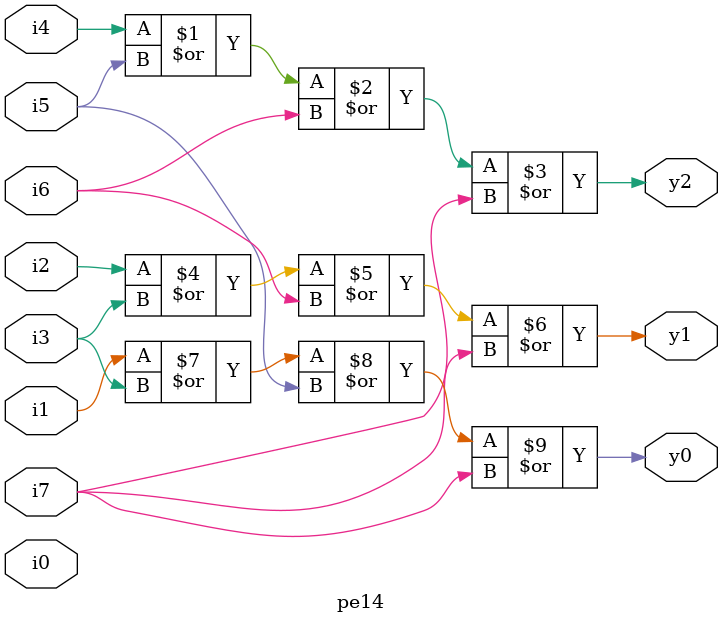
<source format=v>
module pe14(i0,i1,i2,i3,i4,i5,i6,i7,y0,y1,y2);
    // declare port list via input and output
    input i0,i1,i2,i3,i4,i5,i6,i7;
    output y0,y1,y2;
    // check the logic diagram and use 
    // logic gates to compute outputs
    or o1(y2,i4,i5,i6,i7);
    or o2(y1,i2,i3,i6,i7);
    or o3(y0,i1,i3,i5,i7);

endmodule
</source>
